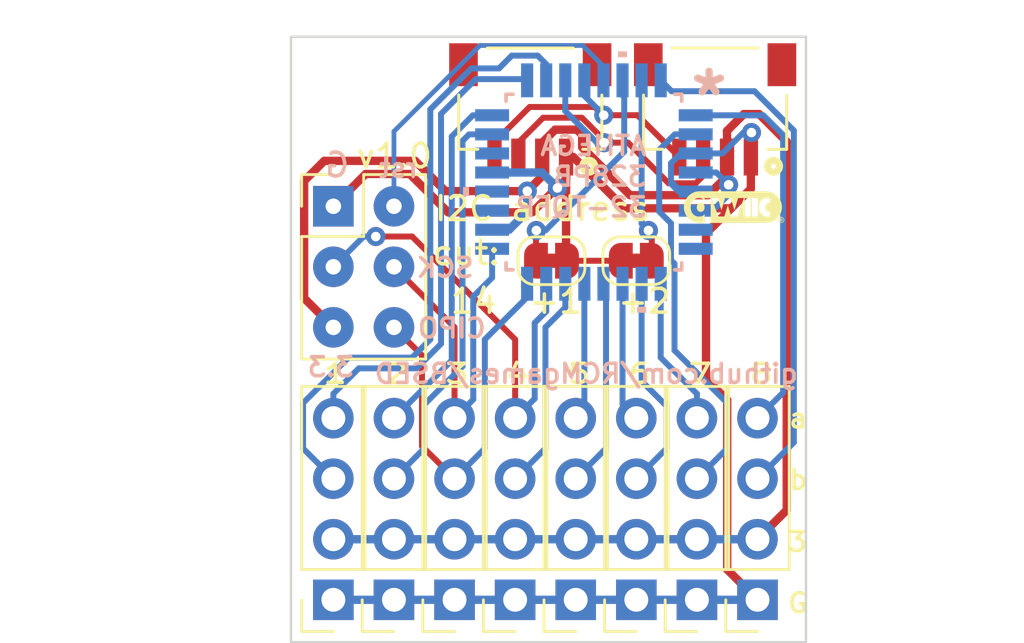
<source format=kicad_pcb>
(kicad_pcb (version 20221018) (generator pcbnew)
  (layers (0 "F.Cu" signal) (31 "B.Cu" signal) (34 "B.Paste" user) (35 "F.Paste" user) (36 "B.SilkS" user "B.Silkscreen") (37 "F.SilkS" user "F.Silkscreen") (38 "B.Mask" user) (39 "F.Mask" user) (44 "Edge.Cuts" user))
  (net 0 "")
  (net 1 "GND")
  (net 2 "+3.3V")
  (net 3 "sda")
  (net 4 "scl")
  (net 7 "1b")
  (net 9 "1a")
  (net 10 "2b")
  (net 11 "2a")
  (net 12 "3b")
  (net 13 "3a")
  (net 14 "4b")
  (net 15 "4a")
  (net 16 "5b")
  (net 17 "5a")
  (net 18 "6b")
  (net 19 "6a")
  (net 20 "7b")
  (net 21 "7a")
  (net 22 "8b")
  (net 23 "8a")
  (net 24 "Net-(U1-PD1(TXD{slash}PCINT17))")
  (net 25 "Net-(U1-PD0(RXD{slash}PCINT16))")
  (net 26 "Net-(J11-Pin_2)")
  (footprint "Connector_PinSocket_2.54mm:PinSocket_1x04_P2.54mm_Vertical" (layer "F.Cu") (at 165.862 85.344 180)
    (fp_text reference "J7" hide)
    (fp_text value "1x4 female header pins 0.1\"")
    (pad "1" thru_hole rect (at 0 0 180) (size 1.7 1.7) (drill 1) (layers "*.Cu" "*.Mask") (net 1 "GND"))
    (pad "2" thru_hole oval (at 0 2.54 180) (size 1.7 1.7) (drill 1) (layers "*.Cu" "*.Mask") (net 2 "+3.3V"))
    (pad "3" thru_hole oval (at 0 5.08 180) (size 1.7 1.7) (drill 1) (layers "*.Cu" "*.Mask") (net 16 "5b"))
    (pad "4" thru_hole oval (at 0 7.62 180) (size 1.7 1.7) (drill 1) (layers "*.Cu" "*.Mask") (net 17 "5a"))
  )
  (footprint "Jumper:SolderJumper-2_P1.3mm_Bridged_RoundedPad1.0x1.5mm" (layer "F.Cu") (at 168.402 71.12 180)
    (fp_text reference "NT1" hide)
    (fp_text value "NetTie_2")
    (fp_poly (pts (xy 0.25 -0.3) (xy -0.25 -0.3) (xy -0.25 0.3) (xy 0.25 0.3)) (fill solid) (layer "F.Cu"))
    (pad "1" smd custom (at -0.65 0 180) (size 1 0.5) (layers "F.Cu" "F.Mask") (net 24 "Net-(U1-PD1(TXD{slash}PCINT17))") (options (clearance outline) (anchor rect)) (primitives (gr_circle (center 0 0.25) (end 0.5 0.25) (width 0) (fill yes)) (gr_circle (center 0 -0.25) (end 0.5 -0.25) (width 0) (fill yes)) (gr_poly (pts (xy 0.5 0.75) (xy 0 0.75) (xy 0 -0.75) (xy 0.5 -0.75)) (width 0) (fill yes))))
    (pad "2" smd custom (at 0.65 0 180) (size 1 0.5) (layers "F.Cu" "F.Mask") (net 1 "GND") (options (clearance outline) (anchor rect)) (primitives (gr_circle (center 0 0.25) (end 0.5 0.25) (width 0) (fill yes)) (gr_circle (center 0 -0.25) (end 0.5 -0.25) (width 0) (fill yes)) (gr_poly (pts (xy 0 0.75) (xy -0.5 0.75) (xy -0.5 -0.75) (xy 0 -0.75)) (width 0) (fill yes))))
  )
  (footprint "LOGO" (layer "F.Cu") (at 172.466 68.834)
    (fp_text reference "G***" hide)
    (fp_text value "LOGO" hide)
  )
  (footprint "Connector_PinHeader_2.54mm:PinHeader_2x03_P2.54mm_Vertical" (layer "F.Cu") (at 155.702 68.834)
    (fp_text reference "J11" hide)
    (fp_text value "ICSP pads")
    (pad "1" thru_hole rect (at 0 0) (size 1.7 1.7) (drill 0.65) (layers "*.Cu" "*.Mask") (net 1 "GND"))
    (pad "2" thru_hole oval (at 2.54 0) (size 1.7 1.7) (drill 0.65) (layers "*.Cu" "*.Mask") (net 26 "Net-(J11-Pin_2)"))
    (pad "3" thru_hole oval (at 0 2.54) (size 1.7 1.7) (drill 0.65) (layers "*.Cu" "*.Mask") (net 15 "4a"))
    (pad "4" thru_hole oval (at 2.54 2.54) (size 1.7 1.7) (drill 0.65) (layers "*.Cu" "*.Mask") (net 13 "3a"))
    (pad "5" thru_hole oval (at 0 5.08) (size 1.7 1.7) (drill 0.65) (layers "*.Cu" "*.Mask") (net 2 "+3.3V"))
    (pad "6" thru_hole oval (at 2.54 5.08) (size 1.7 1.7) (drill 0.65) (layers "*.Cu" "*.Mask") (net 12 "3b"))
  )
  (footprint "MountingHole:MountingHole_2.2mm_M2" (layer "F.Cu") (at 156.464 64.262)
    (fp_text reference "REF**" hide)
    (fp_text value "MountingHole_2.2mm_M2")
    (pad "" np_thru_hole circle (at 0 0) (size 2.2 2.2) (drill 2.2) (layers "*.Mask" "F.Cu" "In1.Cu" "In2.Cu" "B.Cu"))
  )
  (footprint "Jumper:SolderJumper-2_P1.3mm_Bridged_RoundedPad1.0x1.5mm" (layer "F.Cu") (at 164.846 71.12)
    (fp_text reference "NT2" hide)
    (fp_text value "NetTie_2")
    (fp_poly (pts (xy 0.25 -0.3) (xy -0.25 -0.3) (xy -0.25 0.3) (xy 0.25 0.3)) (fill solid) (layer "F.Cu"))
    (pad "1" smd custom (at -0.65 0) (size 1 0.5) (layers "F.Cu" "F.Mask") (net 25 "Net-(U1-PD0(RXD{slash}PCINT16))") (options (clearance outline) (anchor rect)) (primitives (gr_circle (center 0 0.25) (end 0.5 0.25) (width 0) (fill yes)) (gr_circle (center 0 -0.25) (end 0.5 -0.25) (width 0) (fill yes)) (gr_poly (pts (xy 0.5 0.75) (xy 0 0.75) (xy 0 -0.75) (xy 0.5 -0.75)) (width 0) (fill yes))))
    (pad "2" smd custom (at 0.65 0) (size 1 0.5) (layers "F.Cu" "F.Mask") (net 1 "GND") (options (clearance outline) (anchor rect)) (primitives (gr_circle (center 0 0.25) (end 0.5 0.25) (width 0) (fill yes)) (gr_circle (center 0 -0.25) (end 0.5 -0.25) (width 0) (fill yes)) (gr_poly (pts (xy 0 0.75) (xy -0.5 0.75) (xy -0.5 -0.75) (xy 0 -0.75)) (width 0) (fill yes))))
  )
  (footprint "Connector_PinSocket_2.54mm:PinSocket_1x04_P2.54mm_Vertical" (layer "F.Cu") (at 163.322 85.344 180)
    (fp_text reference "J6" hide)
    (fp_text value "1x4 female header pins 0.1\"")
    (pad "1" thru_hole rect (at 0 0 180) (size 1.7 1.7) (drill 1) (layers "*.Cu" "*.Mask") (net 1 "GND"))
    (pad "2" thru_hole oval (at 0 2.54 180) (size 1.7 1.7) (drill 1) (layers "*.Cu" "*.Mask") (net 2 "+3.3V"))
    (pad "3" thru_hole oval (at 0 5.08 180) (size 1.7 1.7) (drill 1) (layers "*.Cu" "*.Mask") (net 14 "4b"))
    (pad "4" thru_hole oval (at 0 7.62 180) (size 1.7 1.7) (drill 1) (layers "*.Cu" "*.Mask") (net 15 "4a"))
  )
  (footprint "parts:JST_SM04B-SRSS-TB_LF__SN_" (layer "F.Cu") (at 163.957 66.77 180)
    (fp_text reference "J1" hide)
    (fp_text value "BM04B-SRSS-TB_LF__SN_")
    (pad "1" smd rect (at -1.5 0 180) (size 0.6 1.55) (layers "F.Cu" "F.Paste" "F.Mask") (net 1 "GND"))
    (pad "2" smd rect (at -0.5 0 180) (size 0.6 1.55) (layers "F.Cu" "F.Paste" "F.Mask") (net 2 "+3.3V"))
    (pad "3" smd rect (at 0.5 0 180) (size 0.6 1.55) (layers "F.Cu" "F.Paste" "F.Mask") (net 3 "sda"))
    (pad "4" smd rect (at 1.5 0 180) (size 0.6 1.55) (layers "F.Cu" "F.Paste" "F.Mask") (net 4 "scl"))
    (pad "S1" smd rect (at -2.8 3.875) (size 1.2 1.8) (layers "F.Cu" "F.Paste" "F.Mask"))
    (pad "S2" smd rect (at 2.8 3.875) (size 1.2 1.8) (layers "F.Cu" "F.Paste" "F.Mask"))
  )
  (footprint "MountingHole:MountingHole_2.2mm_M2" (layer "F.Cu") (at 172.974 73.152)
    (fp_text reference "REF**" hide)
    (fp_text value "MountingHole_2.2mm_M2")
    (pad "" np_thru_hole circle (at 0 0) (size 2.2 2.2) (drill 2.2) (layers "*.Mask" "F.Cu" "In1.Cu" "In2.Cu" "B.Cu"))
  )
  (footprint "Connector_PinSocket_2.54mm:PinSocket_1x04_P2.54mm_Vertical" (layer "F.Cu") (at 155.702 85.344 180)
    (fp_text reference "J3" hide)
    (fp_text value "1x4 female header pins 0.1\"")
    (pad "1" thru_hole rect (at 0 0 180) (size 1.7 1.7) (drill 1) (layers "*.Cu" "*.Mask") (net 1 "GND"))
    (pad "2" thru_hole oval (at 0 2.54 180) (size 1.7 1.7) (drill 1) (layers "*.Cu" "*.Mask") (net 2 "+3.3V"))
    (pad "3" thru_hole oval (at 0 5.08 180) (size 1.7 1.7) (drill 1) (layers "*.Cu" "*.Mask") (net 7 "1b"))
    (pad "4" thru_hole oval (at 0 7.62 180) (size 1.7 1.7) (drill 1) (layers "*.Cu" "*.Mask") (net 9 "1a"))
  )
  (footprint "Connector_PinSocket_2.54mm:PinSocket_1x04_P2.54mm_Vertical" (layer "F.Cu") (at 170.942 85.344 180)
    (fp_text reference "J9" hide)
    (fp_text value "1x4 female header pins 0.1\"")
    (pad "1" thru_hole rect (at 0 0 180) (size 1.7 1.7) (drill 1) (layers "*.Cu" "*.Mask") (net 1 "GND"))
    (pad "2" thru_hole oval (at 0 2.54 180) (size 1.7 1.7) (drill 1) (layers "*.Cu" "*.Mask") (net 2 "+3.3V"))
    (pad "3" thru_hole oval (at 0 5.08 180) (size 1.7 1.7) (drill 1) (layers "*.Cu" "*.Mask") (net 20 "7b"))
    (pad "4" thru_hole oval (at 0 7.62 180) (size 1.7 1.7) (drill 1) (layers "*.Cu" "*.Mask") (net 21 "7a"))
  )
  (footprint "Connector_PinSocket_2.54mm:PinSocket_1x04_P2.54mm_Vertical" (layer "F.Cu") (at 168.402 85.344 180)
    (fp_text reference "J8" hide)
    (fp_text value "1x4 female header pins 0.1\"")
    (pad "1" thru_hole rect (at 0 0 180) (size 1.7 1.7) (drill 1) (layers "*.Cu" "*.Mask") (net 1 "GND"))
    (pad "2" thru_hole oval (at 0 2.54 180) (size 1.7 1.7) (drill 1) (layers "*.Cu" "*.Mask") (net 2 "+3.3V"))
    (pad "3" thru_hole oval (at 0 5.08 180) (size 1.7 1.7) (drill 1) (layers "*.Cu" "*.Mask") (net 18 "6b"))
    (pad "4" thru_hole oval (at 0 7.62 180) (size 1.7 1.7) (drill 1) (layers "*.Cu" "*.Mask") (net 19 "6a"))
  )
  (footprint "parts:JST_SM04B-SRSS-TB_LF__SN_" (layer "F.Cu") (at 171.704 66.77 180)
    (fp_text reference "J2" hide)
    (fp_text value "BM04B-SRSS-TB_LF__SN_")
    (pad "1" smd rect (at -1.5 0 180) (size 0.6 1.55) (layers "F.Cu" "F.Paste" "F.Mask") (net 1 "GND"))
    (pad "2" smd rect (at -0.5 0 180) (size 0.6 1.55) (layers "F.Cu" "F.Paste" "F.Mask") (net 2 "+3.3V"))
    (pad "3" smd rect (at 0.5 0 180) (size 0.6 1.55) (layers "F.Cu" "F.Paste" "F.Mask") (net 3 "sda"))
    (pad "4" smd rect (at 1.5 0 180) (size 0.6 1.55) (layers "F.Cu" "F.Paste" "F.Mask") (net 4 "scl"))
    (pad "S1" smd rect (at -2.8 3.875) (size 1.2 1.8) (layers "F.Cu" "F.Paste" "F.Mask"))
    (pad "S2" smd rect (at 2.8 3.875) (size 1.2 1.8) (layers "F.Cu" "F.Paste" "F.Mask"))
  )
  (footprint "Connector_PinSocket_2.54mm:PinSocket_1x04_P2.54mm_Vertical" (layer "F.Cu") (at 160.782 85.344 180)
    (fp_text reference "J5" hide)
    (fp_text value "1x4 female header pins 0.1\"")
    (pad "1" thru_hole rect (at 0 0 180) (size 1.7 1.7) (drill 1) (layers "*.Cu" "*.Mask") (net 1 "GND"))
    (pad "2" thru_hole oval (at 0 2.54 180) (size 1.7 1.7) (drill 1) (layers "*.Cu" "*.Mask") (net 2 "+3.3V"))
    (pad "3" thru_hole oval (at 0 5.08 180) (size 1.7 1.7) (drill 1) (layers "*.Cu" "*.Mask") (net 12 "3b"))
    (pad "4" thru_hole oval (at 0 7.62 180) (size 1.7 1.7) (drill 1) (layers "*.Cu" "*.Mask") (net 13 "3a"))
  )
  (footprint "Connector_PinSocket_2.54mm:PinSocket_1x04_P2.54mm_Vertical" (layer "F.Cu") (at 158.242 85.344 180)
    (fp_text reference "J4" hide)
    (fp_text value "1x4 female header pins 0.1\"")
    (pad "1" thru_hole rect (at 0 0 180) (size 1.7 1.7) (drill 1) (layers "*.Cu" "*.Mask") (net 1 "GND"))
    (pad "2" thru_hole oval (at 0 2.54 180) (size 1.7 1.7) (drill 1) (layers "*.Cu" "*.Mask") (net 2 "+3.3V"))
    (pad "3" thru_hole oval (at 0 5.08 180) (size 1.7 1.7) (drill 1) (layers "*.Cu" "*.Mask") (net 10 "2b"))
    (pad "4" thru_hole oval (at 0 7.62 180) (size 1.7 1.7) (drill 1) (layers "*.Cu" "*.Mask") (net 11 "2a"))
  )
  (footprint "Connector_PinSocket_2.54mm:PinSocket_1x04_P2.54mm_Vertical" (layer "F.Cu") (at 173.482 85.344 180)
    (fp_text reference "J10" hide)
    (fp_text value "1x4 female header pins 0.1\"")
    (pad "1" thru_hole rect (at 0 0 180) (size 1.7 1.7) (drill 1) (layers "*.Cu" "*.Mask") (net 1 "GND"))
    (pad "2" thru_hole oval (at 0 2.54 180) (size 1.7 1.7) (drill 1) (layers "*.Cu" "*.Mask") (net 2 "+3.3V"))
    (pad "3" thru_hole oval (at 0 5.08 180) (size 1.7 1.7) (drill 1) (layers "*.Cu" "*.Mask") (net 22 "8b"))
    (pad "4" thru_hole oval (at 0 7.62 180) (size 1.7 1.7) (drill 1) (layers "*.Cu" "*.Mask") (net 23 "8a"))
  )
  (footprint "parts:TQFP32_32A_MCH" (layer "B.Cu") (at 166.624 67.818 180)
    (fp_text reference "U1" hide)
    (fp_text value "ATMEGA328PB")
    (fp_text user "*" (at -4.826 3.556 unlocked) (layer "B.SilkS") (effects (font (size 2 2) (thickness 0.3)) (justify mirror)))
    (fp_text user "*" (at -4.826 3.556) (layer "B.SilkS") (effects (font (size 2 2) (thickness 0.3) bold) (justify mirror)))
    (pad "1" smd rect (at -4.2672 2.799999 90) (size 0.508 1.4224) (layers "B.Cu" "B.Paste" "B.Mask") (net 23 "8a"))
    (pad "2" smd rect (at -4.2672 2.000001 90) (size 0.508 1.4224) (layers "B.Cu" "B.Paste" "B.Mask") (net 20 "7b"))
    (pad "3" smd rect (at -4.2672 1.2 90) (size 0.508 1.4224) (layers "B.Cu" "B.Paste" "B.Mask") (net 1 "GND"))
    (pad "4" smd rect (at -4.2672 0.399999 90) (size 0.508 1.4224) (layers "B.Cu" "B.Paste" "B.Mask") (net 2 "+3.3V"))
    (pad "5" smd rect (at -4.2672 -0.399999 90) (size 0.508 1.4224) (layers "B.Cu" "B.Paste" "B.Mask") (net 1 "GND"))
    (pad "6" smd rect (at -4.2672 -1.2 90) (size 0.508 1.4224) (layers "B.Cu" "B.Paste" "B.Mask") (net 2 "+3.3V"))
    (pad "7" smd rect (at -4.2672 -1.999999 90) (size 0.508 1.4224) (layers "B.Cu" "B.Paste" "B.Mask"))
    (pad "8" smd rect (at -4.2672 -2.799999 90) (size 0.508 1.4224) (layers "B.Cu" "B.Paste" "B.Mask"))
    (pad "9" smd rect (at -2.799999 -4.2672 180) (size 0.508 1.4224) (layers "B.Cu" "B.Paste" "B.Mask") (net 21 "7a"))
    (pad "10" smd rect (at -2.000001 -4.2672 180) (size 0.508 1.4224) (layers "B.Cu" "B.Paste" "B.Mask") (net 18 "6b"))
    (pad "11" smd rect (at -1.2 -4.2672 180) (size 0.508 1.4224) (layers "B.Cu" "B.Paste" "B.Mask") (net 19 "6a"))
    (pad "12" smd rect (at -0.399999 -4.2672 180) (size 0.508 1.4224) (layers "B.Cu" "B.Paste" "B.Mask") (net 16 "5b"))
    (pad "13" smd rect (at 0.399999 -4.2672 180) (size 0.508 1.4224) (layers "B.Cu" "B.Paste" "B.Mask") (net 17 "5a"))
    (pad "14" smd rect (at 1.2 -4.2672 180) (size 0.508 1.4224) (layers "B.Cu" "B.Paste" "B.Mask") (net 14 "4b"))
    (pad "15" smd rect (at 1.999999 -4.2672 180) (size 0.508 1.4224) (layers "B.Cu" "B.Paste" "B.Mask") (net 15 "4a"))
    (pad "16" smd rect (at 2.799999 -4.2672 180) (size 0.508 1.4224) (layers "B.Cu" "B.Paste" "B.Mask") (net 12 "3b"))
    (pad "17" smd rect (at 4.2672 -2.799999 90) (size 0.508 1.4224) (layers "B.Cu" "B.Paste" "B.Mask") (net 13 "3a"))
    (pad "18" smd rect (at 4.2672 -2.000001 90) (size 0.508 1.4224) (layers "B.Cu" "B.Paste" "B.Mask") (net 2 "+3.3V"))
    (pad "19" smd rect (at 4.2672 -1.2 90) (size 0.508 1.4224) (layers "B.Cu" "B.Paste" "B.Mask"))
    (pad "20" smd rect (at 4.2672 -0.399999 90) (size 0.508 1.4224) (layers "B.Cu" "B.Paste" "B.Mask"))
    (pad "21" smd rect (at 4.2672 0.399999 90) (size 0.508 1.4224) (layers "B.Cu" "B.Paste" "B.Mask") (net 1 "GND"))
    (pad "22" smd rect (at 4.2672 1.2 90) (size 0.508 1.4224) (layers "B.Cu" "B.Paste" "B.Mask"))
    (pad "23" smd rect (at 4.2672 1.999999 90) (size 0.508 1.4224) (layers "B.Cu" "B.Paste" "B.Mask") (net 10 "2b"))
    (pad "24" smd rect (at 4.2672 2.799999 90) (size 0.508 1.4224) (layers "B.Cu" "B.Paste" "B.Mask") (net 11 "2a"))
    (pad "25" smd rect (at 2.799999 4.2672 180) (size 0.508 1.4224) (layers "B.Cu" "B.Paste" "B.Mask") (net 9 "1a"))
    (pad "26" smd rect (at 2.000001 4.2672 180) (size 0.508 1.4224) (layers "B.Cu" "B.Paste" "B.Mask") (net 7 "1b"))
    (pad "27" smd rect (at 1.2 4.2672 180) (size 0.508 1.4224) (layers "B.Cu" "B.Paste" "B.Mask") (net 3 "sda"))
    (pad "28" smd rect (at 0.399999 4.2672 180) (size 0.508 1.4224) (layers "B.Cu" "B.Paste" "B.Mask") (net 4 "scl"))
    (pad "29" smd rect (at -0.399999 4.2672 180) (size 0.508 1.4224) (layers "B.Cu" "B.Paste" "B.Mask") (net 26 "Net-(J11-Pin_2)"))
    (pad "30" smd rect (at -1.2 4.2672 180) (size 0.508 1.4224) (layers "B.Cu" "B.Paste" "B.Mask") (net 25 "Net-(U1-PD0(RXD{slash}PCINT16))"))
    (pad "31" smd rect (at -1.999999 4.2672 180) (size 0.508 1.4224) (layers "B.Cu" "B.Paste" "B.Mask") (net 24 "Net-(U1-PD1(TXD{slash}PCINT17))"))
    (pad "32" smd rect (at -2.799999 4.2672 180) (size 0.508 1.4224) (layers "B.Cu" "B.Paste" "B.Mask") (net 22 "8b"))
  )
  (gr_rect (start 153.924 61.722) (end 175.514 87.122) (stroke (width 0.1)) (fill none) (layer "Edge.Cuts"))
  (gr_text "ATMEGA\n328PB\n32-TQFP" (at 168.91 69.342) (layer "B.SilkS") (effects (font (size 0.8 0.8)) (justify left bottom mirror)))
  (gr_text "rst\n" (at 159.3342 67.691) (layer "B.SilkS") (effects (font (size 0.8 0.8)) (justify left bottom mirror)))
  (gr_text "github.com/RCMgames/BSED" (at 175.26 76.327) (layer "B.SilkS") (effects (font (size 0.8 0.8)) (justify left bottom mirror)))
  (gr_text "G\n" (at 156.464 67.691) (layer "B.SilkS") (effects (font (size 1 1)) (justify left bottom mirror)))
  (gr_text "3.3" (at 156.6418 76.0476) (layer "B.SilkS") (effects (font (size 0.8 0.8)) (justify left bottom mirror)))
  (gr_text "SCK" (at 161.671 71.882) (layer "B.SilkS") (effects (font (size 0.8 0.8)) (justify left bottom mirror)))
  (gr_text "CIPO\n" (at 162.179 74.422) (layer "B.SilkS") (effects (font (size 0.8 0.8)) (justify left bottom mirror)))
  (gr_text "3\n\nG" (at 174.6758 85.9536) (layer "F.SilkS") (effects (font (size 0.8 0.8)) (justify left bottom)))
  (gr_text "I2C address\n" (at 159.8676 69.5198) (layer "F.SilkS") (effects (font (size 1 1)) (justify left bottom)))
  (gr_text "cut: " (at 159.766 71.374) (layer "F.SilkS") (effects (font (size 1 1)) (justify left bottom)))
  (gr_text "v1.0" (at 156.591 67.31) (layer "F.SilkS") (effects (font (size 1 1)) (justify left bottom)))
  (gr_text "+1  +2" (at 163.83 73.406) (layer "F.SilkS") (effects (font (size 1 1)) (justify left bottom)))
  (gr_text "1  2  3  4  5  6  7  8" (at 155.194 76.327) (layer "F.SilkS") (effects (font (size 0.8 1.03)) (justify left bottom)))
  (gr_text "a\n\nb\n" (at 174.7266 80.772) (layer "F.SilkS") (effects (font (size 0.8 0.8)) (justify left bottom)))
  (gr_text "14\n" (at 160.528 73.406) (layer "F.SilkS") (effects (font (size 1 1)) (justify left bottom)))
  (segment (start 164.037016 69.088) (end 160.512182 69.088) (width 0.35) (layer "F.Cu") (net 1))
  (segment (start 165.057315 68.067701) (end 164.037016 69.088) (width 0.35) (layer "F.Cu") (net 1))
  (segment (start 165.095701 68.067701) (end 165.457 67.706402) (width 0.35) (layer "F.Cu") (net 1))
  (segment (start 157.057 67.479) (end 155.702 68.834) (width 0.35) (layer "F.Cu") (net 1))
  (segment (start 165.095701 68.067701) (end 165.057315 68.067701) (width 0.35) (layer "F.Cu") (net 1))
  (segment (start 172.212 84.074) (end 172.212 76.962) (width 0.35) (layer "F.Cu") (net 1))
  (segment (start 173.204 68.096) (end 172.38 68.92) (width 0.35) (layer "F.Cu") (net 1))
  (segment (start 171.323 76.073) (end 171.323 69.977) (width 0.35) (layer "F.Cu") (net 1))
  (segment (start 165.457 66.77) (end 165.457 71.081) (width 0.35) (layer "F.Cu") (net 1))
  (segment (start 165.762591 66.77) (end 165.457 66.77) (width 0.35) (layer "F.Cu") (net 1))
  (segment (start 172.212 76.962) (end 171.323 76.073) (width 0.35) (layer "F.Cu") (net 1))
  (segment (start 167.752 71.12) (end 165.496 71.12) (width 0.25) (layer "F.Cu") (net 1))
  (segment (start 165.457 71.081) (end 165.496 71.12) (width 0.35) (layer "F.Cu") (net 1))
  (segment (start 167.912591 68.92) (end 165.762591 66.77) (width 0.35) (layer "F.Cu") (net 1))
  (segment (start 158.903182 67.479) (end 157.057 67.479) (width 0.35) (layer "F.Cu") (net 1))
  (segment (start 165.457 67.706402) (end 165.457 66.77) (width 0.35) (layer "F.Cu") (net 1))
  (segment (start 173.482 85.344) (end 172.212 84.074) (width 0.35) (layer "F.Cu") (net 1))
  (segment (start 171.323 69.977) (end 172.38 68.92) (width 0.35) (layer "F.Cu") (net 1))
  (segment (start 160.512182 69.088) (end 158.903182 67.479) (width 0.35) (layer "F.Cu") (net 1))
  (segment (start 173.204 66.77) (end 173.204 68.096) (width 0.35) (layer "F.Cu") (net 1))
  (segment (start 172.38 68.92) (end 167.912591 68.92) (width 0.35) (layer "F.Cu") (net 1))
  (via (at 173.228 65.742501) (size 0.8) (drill 0.4) (layers "F.Cu" "B.Cu") (net 1))
  (via (at 165.095701 68.067701) (size 0.8) (drill 0.4) (layers "F.Cu" "B.Cu") (net 1))
  (segment (start 169.855 67.892999) (end 169.855 67.029381) (width 0.25) (layer "B.Cu") (net 1))
  (segment (start 165.095701 68.067701) (end 164.446001 67.418001) (width 0.35) (layer "B.Cu") (net 1))
  (segment (start 155.702 85.344) (end 173.482 85.344) (width 0.35) (layer "B.Cu") (net 1))
  (segment (start 172.015 66.618) (end 170.266381 66.618) (width 0.25) (layer "B.Cu") (net 1))
  (segment (start 170.8912 68.217999) (end 170.18 68.217999) (width 0.25) (layer "B.Cu") (net 1))
  (segment (start 169.855 67.029381) (end 170.266381 66.618) (width 0.25) (layer "B.Cu") (net 1))
  (segment (start 164.446001 67.418001) (end 162.3568 67.418001) (width 0.35) (layer "B.Cu") (net 1))
  (segment (start 170.266378 68.217999) (end 170.8912 68.217999) (width 0.25) (layer "B.Cu") (net 1))
  (segment (start 169.855 67.806621) (end 170.266378 68.217999) (width 0.25) (layer "B.Cu") (net 1))
  (segment (start 169.855 67.029381) (end 169.855 67.806621) (width 0.25) (layer "B.Cu") (net 1))
  (segment (start 170.18 68.217999) (end 169.855 67.892999) (width 0.25) (layer "B.Cu") (net 1))
  (segment (start 172.890499 65.742501) (end 172.015 66.618) (width 0.25) (layer "B.Cu") (net 1))
  (segment (start 170.266381 66.618) (end 170.8912 66.618) (width 0.25) (layer "B.Cu") (net 1))
  (segment (start 173.228 65.742501) (end 172.890499 65.742501) (width 0.25) (layer "B.Cu") (net 1))
  (segment (start 165.91233 65.62) (end 166.132 65.83967) (width 0.35) (layer "F.Cu") (net 2))
  (segment (start 172.204 67.572) (end 172.204 66.77) (width 0.35) (layer "F.Cu") (net 2))
  (segment (start 164.457 66.77) (end 164.457 66.16467) (width 0.35) (layer "F.Cu") (net 2))
  (segment (start 165.00167 65.62) (end 165.91233 65.62) (width 0.35) (layer "F.Cu") (net 2))
  (segment (start 164.457 67.572) (end 164.457 66.77) (width 0.35) (layer "F.Cu") (net 2))
  (segment (start 174.707 81.579) (end 174.707 66.125485) (width 0.35) (layer "F.Cu") (net 2))
  (segment (start 166.132 65.83967) (end 166.132 66.361591) (width 0.35) (layer "F.Cu") (net 2))
  (segment (start 163.83 68.199) (end 164.457 67.572) (width 0.35) (layer "F.Cu") (net 2))
  (segment (start 164.457 66.16467) (end 165.00167 65.62) (width 0.35) (layer "F.Cu") (net 2))
  (segment (start 172.204 65.670485) (end 172.204 66.77) (width 0.35) (layer "F.Cu") (net 2))
  (segment (start 173.482 82.804) (end 174.707 81.579) (width 0.35) (layer "F.Cu") (net 2))
  (segment (start 155.321 66.929) (end 154.477 67.773) (width 0.35) (layer "F.Cu") (net 2))
  (segment (start 172.906984 64.967501) (end 172.204 65.670485) (width 0.35) (layer "F.Cu") (net 2))
  (segment (start 159.131 66.929) (end 155.321 66.929) (width 0.35) (layer "F.Cu") (net 2))
  (segment (start 166.132 66.361591) (end 168.140409 68.37) (width 0.35) (layer "F.Cu") (net 2))
  (segment (start 171.406 68.37) (end 172.204 67.572) (width 0.35) (layer "F.Cu") (net 2))
  (segment (start 154.477 67.773) (end 154.477 72.689) (width 0.35) (layer "F.Cu") (net 2))
  (segment (start 160.401 68.199) (end 159.131 66.929) (width 0.35) (layer "F.Cu") (net 2))
  (segment (start 168.140409 68.37) (end 171.406 68.37) (width 0.35) (layer "F.Cu") (net 2))
  (segment (start 173.549016 64.967501) (end 172.906984 64.967501) (width 0.35) (layer "F.Cu") (net 2))
  (segment (start 154.477 72.689) (end 155.702 73.914) (width 0.35) (layer "F.Cu") (net 2))
  (segment (start 174.707 66.125485) (end 173.549016 64.967501) (width 0.35) (layer "F.Cu") (net 2))
  (segment (start 163.83 68.199) (end 160.401 68.199) (width 0.35) (layer "F.Cu") (net 2))
  (via (at 172.271088 67.933602) (size 0.8) (drill 0.4) (layers "F.Cu" "B.Cu") (net 2))
  (via (at 163.83 68.199) (size 0.8) (drill 0.4) (layers "F.Cu" "B.Cu") (net 2))
  (segment (start 163.068 69.818001) (end 162.3568 69.818001) (width 0.35) (layer "B.Cu") (net 2))
  (segment (start 172.271088 68.349312) (end 171.6024 69.018) (width 0.25) (layer "B.Cu") (net 2))
  (segment (start 163.83 68.199) (end 163.83 69.056001) (width 0.35) (layer "B.Cu") (net 2))
  (segment (start 163.83 69.056001) (end 163.068 69.818001) (width 0.35) (layer "B.Cu") (net 2))
  (segment (start 171.6024 69.018) (end 170.8912 69.018) (width 0.25) (layer "B.Cu") (net 2))
  (segment (start 155.702 82.804) (end 173.482 82.804) (width 0.35) (layer "B.Cu") (net 2))
  (segment (start 171.755487 67.418001) (end 170.8912 67.418001) (width 0.25) (layer "B.Cu") (net 2))
  (segment (start 172.271088 67.933602) (end 171.755487 67.418001) (width 0.25) (layer "B.Cu") (net 2))
  (segment (start 172.271088 67.933602) (end 172.271088 68.349312) (width 0.25) (layer "B.Cu") (net 2))
  (segment (start 167.052 66.167) (end 168.055 66.167) (width 0.25) (layer "F.Cu") (net 3))
  (segment (start 169.758 67.87) (end 170.89 67.87) (width 0.25) (layer "F.Cu") (net 3))
  (segment (start 164.496 65.12) (end 163.457 66.159) (width 0.25) (layer "F.Cu") (net 3))
  (segment (start 168.055 66.167) (end 169.758 67.87) (width 0.25) (layer "F.Cu") (net 3))
  (segment (start 166.119436 65.12) (end 164.496 65.12) (width 0.25) (layer "F.Cu") (net 3))
  (segment (start 170.89 67.87) (end 171.204 67.556) (width 0.25) (layer "F.Cu") (net 3))
  (segment (start 167.052 66.052564) (end 166.119436 65.12) (width 0.25) (layer "F.Cu") (net 3))
  (segment (start 171.204 67.556) (end 171.204 66.77) (width 0.25) (layer "F.Cu") (net 3))
  (segment (start 163.457 66.159) (end 163.457 66.77) (width 0.25) (layer "F.Cu") (net 3))
  (segment (start 167.052 66.167) (end 167.052 66.052564) (width 0.25) (layer "F.Cu") (net 3))
  (via (at 167.052 66.167) (size 0.8) (drill 0.4) (layers "F.Cu" "B.Cu") (net 3))
  (segment (start 166.751 66.167) (end 165.424 64.84) (width 0.25) (layer "B.Cu") (net 3))
  (segment (start 167.052 66.167) (end 166.751 66.167) (width 0.25) (layer "B.Cu") (net 3))
  (segment (start 165.424 64.84) (end 165.424 63.5508) (width 0.25) (layer "B.Cu") (net 3))
  (segment (start 166.994241 65.013241) (end 166.651 64.67) (width 0.25) (layer "F.Cu") (net 4))
  (segment (start 167.037276 65.013241) (end 166.994241 65.013241) (width 0.25) (layer "F.Cu") (net 4))
  (segment (start 166.651 64.67) (end 163.93 64.67) (width 0.25) (layer "F.Cu") (net 4))
  (segment (start 163.93 64.67) (end 162.457 66.143) (width 0.25) (layer "F.Cu") (net 4))
  (segment (start 162.457 66.143) (end 162.457 66.77) (width 0.25) (layer "F.Cu") (net 4))
  (segment (start 167.037276 65.013241) (end 168.447241 65.013241) (width 0.25) (layer "F.Cu") (net 4))
  (segment (start 168.447241 65.013241) (end 170.204 66.77) (width 0.25) (layer "F.Cu") (net 4))
  (via (at 167.037276 65.013241) (size 0.8) (drill 0.4) (layers "F.Cu" "B.Cu") (net 4))
  (segment (start 167.037276 65.013241) (end 166.224001 64.199966) (width 0.25) (layer "B.Cu") (net 4))
  (segment (start 166.224001 64.199966) (end 166.224001 63.5508) (width 0.25) (layer "B.Cu") (net 4))
  (segment (start 161.486 63.05) (end 162.645982 63.05) (width 0.25) (layer "B.Cu") (net 7))
  (segment (start 164.623999 62.871599) (end 164.623999 63.5508) (width 0.25) (layer "B.Cu") (net 7))
  (segment (start 159.766 74.419208) (end 159.766 64.77) (width 0.25) (layer "B.Cu") (net 7))
  (segment (start 159.001208 75.184) (end 159.766 74.419208) (width 0.25) (layer "B.Cu") (net 7))
  (segment (start 155.702 80.264) (end 154.432 78.994) (width 0.25) (layer "B.Cu") (net 7))
  (segment (start 154.432 78.994) (end 154.432 77.089) (width 0.25) (layer "B.Cu") (net 7))
  (segment (start 163.181382 62.5146) (end 164.267 62.5146) (width 0.25) (layer "B.Cu") (net 7))
  (segment (start 156.337 75.184) (end 159.001208 75.184) (width 0.25) (layer "B.Cu") (net 7))
  (segment (start 164.267 62.5146) (end 164.623999 62.871599) (width 0.25) (layer "B.Cu") (net 7))
  (segment (start 162.645982 63.05) (end 163.181382 62.5146) (width 0.25) (layer "B.Cu") (net 7))
  (segment (start 159.766 64.77) (end 161.486 63.05) (width 0.25) (layer "B.Cu") (net 7))
  (segment (start 154.432 77.089) (end 156.337 75.184) (width 0.25) (layer "B.Cu") (net 7))
  (segment (start 163.773201 63.5) (end 163.824001 63.5508) (width 0.25) (layer "B.Cu") (net 9))
  (segment (start 160.216 74.605604) (end 160.216 64.956396) (width 0.25) (layer "B.Cu") (net 9))
  (segment (start 161.672396 63.5) (end 163.773201 63.5) (width 0.25) (layer "B.Cu") (net 9))
  (segment (start 159.187604 75.634) (end 160.216 74.605604) (width 0.25) (layer "B.Cu") (net 9))
  (segment (start 160.216 64.956396) (end 161.672396 63.5) (width 0.25) (layer "B.Cu") (net 9))
  (segment (start 155.702 76.700342) (end 156.768342 75.634) (width 0.25) (layer "B.Cu") (net 9))
  (segment (start 156.768342 75.634) (end 159.187604 75.634) (width 0.25) (layer "B.Cu") (net 9))
  (segment (start 155.702 77.724) (end 155.702 76.700342) (width 0.25) (layer "B.Cu") (net 9))
  (segment (start 159.512 77.153198) (end 159.512 78.994) (width 0.25) (layer "B.Cu") (net 10))
  (segment (start 161.116 66.093601) (end 161.116 75.549198) (width 0.25) (layer "B.Cu") (net 10))
  (segment (start 162.3568 65.818001) (end 161.3916 65.818001) (width 0.25) (layer "B.Cu") (net 10))
  (segment (start 159.512 78.994) (end 158.242 80.264) (width 0.25) (layer "B.Cu") (net 10))
  (segment (start 161.3916 65.818001) (end 161.116 66.093601) (width 0.25) (layer "B.Cu") (net 10))
  (segment (start 161.116 75.549198) (end 159.512 77.153198) (width 0.25) (layer "B.Cu") (net 10))
  (segment (start 160.666 65.902) (end 161.549999 65.018001) (width 0.25) (layer "B.Cu") (net 11))
  (segment (start 161.549999 65.018001) (end 162.3568 65.018001) (width 0.25) (layer "B.Cu") (net 11))
  (segment (start 160.666 75.3) (end 160.666 65.902) (width 0.25) (layer "B.Cu") (net 11))
  (segment (start 158.242 77.724) (end 160.666 75.3) (width 0.25) (layer "B.Cu") (net 11))
  (segment (start 159.417 78.899) (end 160.782 80.264) (width 0.25) (layer "F.Cu") (net 12))
  (segment (start 159.417 75.089) (end 159.417 78.899) (width 0.25) (layer "F.Cu") (net 12))
  (segment (start 158.242 73.914) (end 159.417 75.089) (width 0.25) (layer "F.Cu") (net 12))
  (segment (start 163.824001 72.649999) (end 163.824001 72.0852) (width 0.25) (layer "B.Cu") (net 12))
  (segment (start 162.052 74.422) (end 163.824001 72.649999) (width 0.25) (layer "B.Cu") (net 12))
  (segment (start 160.782 80.264) (end 162.052 78.994) (width 0.25) (layer "B.Cu") (net 12))
  (segment (start 162.052 78.994) (end 162.052 74.422) (width 0.25) (layer "B.Cu") (net 12))
  (segment (start 158.242 71.374) (end 160.782 73.914) (width 0.25) (layer "F.Cu") (net 13))
  (segment (start 160.782 73.914) (end 160.782 77.724) (width 0.25) (layer "F.Cu") (net 13))
  (segment (start 160.782 77.724) (end 161.566 76.94) (width 0.25) (layer "B.Cu") (net 13))
  (segment (start 161.566 76.94) (end 161.566 72.622) (width 0.25) (layer "B.Cu") (net 13))
  (segment (start 162.3568 71.8312) (end 162.3568 70.617999) (width 0.25) (layer "B.Cu") (net 13))
  (segment (start 161.566 72.622) (end 162.3568 71.8312) (width 0.25) (layer "B.Cu") (net 13))
  (segment (start 165.424 73.082) (end 165.424 72.0852) (width 0.25) (layer "B.Cu") (net 14))
  (segment (start 163.322 80.264) (end 164.592 78.994) (width 0.25) (layer "B.Cu") (net 14))
  (segment (start 164.592 78.994) (end 164.592 73.914) (width 0.25) (layer "B.Cu") (net 14))
  (segment (start 164.592 73.914) (end 165.424 73.082) (width 0.25) (layer "B.Cu") (net 14))
  (segment (start 163.322 74.422) (end 163.322 77.724) (width 0.25) (layer "F.Cu") (net 15))
  (segment (start 157.48 70.104) (end 159.004 70.104) (width 0.25) (layer "F.Cu") (net 15))
  (segment (start 159.004 70.104) (end 163.322 74.422) (width 0.25) (layer "F.Cu") (net 15))
  (via (at 157.48 70.104) (size 0.8) (drill 0.4) (layers "F.Cu" "B.Cu") (net 15))
  (segment (start 157.48 70.104) (end 156.972 70.104) (width 0.25) (layer "B.Cu") (net 15))
  (segment (start 164.142 76.904) (end 164.142 73.727604) (width 0.25) (layer "B.Cu") (net 15))
  (segment (start 156.972 70.104) (end 155.702 71.374) (width 0.25) (layer "B.Cu") (net 15))
  (segment (start 164.142 73.727604) (end 164.624001 73.245603) (width 0.25) (layer "B.Cu") (net 15))
  (segment (start 163.322 77.724) (end 164.142 76.904) (width 0.25) (layer "B.Cu") (net 15))
  (segment (start 156.972 70.104) (end 156.972 70.104) (width 0.25) (layer "B.Cu") (net 15))
  (segment (start 164.624001 73.245603) (end 164.624001 72.0852) (width 0.25) (layer "B.Cu") (net 15))
  (segment (start 167.132 72.193201) (end 167.023999 72.0852) (width 0.25) (layer "B.Cu") (net 16))
  (segment (start 167.132 78.994) (end 167.132 72.193201) (width 0.25) (layer "B.Cu") (net 16))
  (segment (start 165.862 80.264) (end 167.132 78.994) (width 0.25) (layer "B.Cu") (net 16))
  (segment (start 165.862 77.724) (end 166.224001 77.361999) (width 0.25) (layer "B.Cu") (net 17))
  (segment (start 166.224001 77.361999) (end 166.224001 72.0852) (width 0.25) (layer "B.Cu") (net 17))
  (segment (start 168.624001 76.168001) (end 168.624001 72.0852) (width 0.25) (layer "B.Cu") (net 18))
  (segment (start 168.402 80.264) (end 169.672 78.994) (width 0.25) (layer "B.Cu") (net 18))
  (segment (start 169.672 78.994) (end 169.672 77.216) (width 0.25) (layer "B.Cu") (net 18))
  (segment (start 169.672 77.216) (end 168.624001 76.168001) (width 0.25) (layer "B.Cu") (net 18))
  (segment (start 167.824 77.146) (end 167.824 72.0852) (width 0.25) (layer "B.Cu") (net 19))
  (segment (start 168.402 77.724) (end 167.824 77.146) (width 0.25) (layer "B.Cu") (net 19))
  (segment (start 172.212 77.089) (end 172.212 78.994) (width 0.25) (layer "B.Cu") (net 20))
  (segment (start 169.36 69.054195) (end 169.855 69.549195) (width 0.25) (layer "B.Cu") (net 20))
  (segment (start 169.855 69.549195) (end 169.855 71.091381) (width 0.25) (layer "B.Cu") (net 20))
  (segment (start 169.36 66.47038) (end 169.36 69.054195) (width 0.25) (layer "B.Cu") (net 20))
  (segment (start 172.212 78.994) (end 170.942 80.264) (width 0.25) (layer "B.Cu") (net 20))
  (segment (start 170.8912 65.817999) (end 170.012381 65.817999) (width 0.25) (layer "B.Cu") (net 20))
  (segment (start 170.012381 65.817999) (end 169.36 66.47038) (width 0.25) (layer "B.Cu") (net 20))
  (segment (start 170.002999 71.23938) (end 170.002999 74.879999) (width 0.25) (layer "B.Cu") (net 20))
  (segment (start 169.855 71.091381) (end 170.002999 71.23938) (width 0.25) (layer "B.Cu") (net 20))
  (segment (start 170.002999 74.879999) (end 172.212 77.089) (width 0.25) (layer "B.Cu") (net 20))
  (segment (start 170.942 76.700342) (end 169.423999 75.182341) (width 0.25) (layer "B.Cu") (net 21))
  (segment (start 170.942 77.724) (end 170.942 76.700342) (width 0.25) (layer "B.Cu") (net 21))
  (segment (start 169.423999 75.182341) (end 169.423999 72.0852) (width 0.25) (layer "B.Cu") (net 21))
  (segment (start 173.355 64.008) (end 169.881199 64.008) (width 0.25) (layer "B.Cu") (net 22))
  (segment (start 173.482 80.264) (end 175.006 78.74) (width 0.25) (layer "B.Cu") (net 22))
  (segment (start 175.006 65.659) (end 173.355 64.008) (width 0.25) (layer "B.Cu") (net 22))
  (segment (start 175.006 78.74) (end 175.006 65.659) (width 0.25) (layer "B.Cu") (net 22))
  (segment (start 169.881199 64.008) (end 169.423999 63.5508) (width 0.25) (layer "B.Cu") (net 22))
  (segment (start 174.556 76.65) (end 173.482 77.724) (width 0.25) (layer "B.Cu") (net 23))
  (segment (start 170.8912 65.018001) (end 173.728605 65.018001) (width 0.25) (layer "B.Cu") (net 23))
  (segment (start 174.556 65.845396) (end 174.556 76.65) (width 0.25) (layer "B.Cu") (net 23))
  (segment (start 173.728605 65.018001) (end 174.556 65.845396) (width 0.25) (layer "B.Cu") (net 23))
  (segment (start 168.91 69.85) (end 169.052 69.992) (width 0.25) (layer "F.Cu") (net 24))
  (segment (start 169.052 69.992) (end 169.052 71.12) (width 0.25) (layer "F.Cu") (net 24))
  (via (at 168.91 69.85) (size 0.8) (drill 0.4) (layers "F.Cu" "B.Cu") (net 24))
  (segment (start 168.91 69.85) (end 168.623999 69.563999) (width 0.25) (layer "B.Cu") (net 24))
  (segment (start 168.623999 69.563999) (end 168.623999 63.5508) (width 0.25) (layer "B.Cu") (net 24))
  (segment (start 164.211 69.85) (end 164.196 69.865) (width 0.25) (layer "F.Cu") (net 25))
  (segment (start 164.196 69.865) (end 164.196 71.12) (width 0.25) (layer "F.Cu") (net 25))
  (via (at 164.211 69.85) (size 0.8) (drill 0.4) (layers "F.Cu" "B.Cu") (net 25))
  (segment (start 167.824 64.175621) (end 167.824 63.5508) (width 0.25) (layer "B.Cu") (net 25))
  (segment (start 167.894 66.548) (end 167.894 64.245621) (width 0.25) (layer "B.Cu") (net 25))
  (segment (start 164.592 69.85) (end 167.894 66.548) (width 0.25) (layer "B.Cu") (net 25))
  (segment (start 164.211 69.85) (end 164.592 69.85) (width 0.25) (layer "B.Cu") (net 25))
  (segment (start 167.894 64.245621) (end 167.824 64.175621) (width 0.25) (layer "B.Cu") (net 25))
  (segment (start 161.84536 62.0896) (end 158.242 65.69296) (width 0.2) (layer "B.Cu") (net 26))
  (segment (start 167.023999 62.961334) (end 166.152265 62.0896) (width 0.2) (layer "B.Cu") (net 26))
  (segment (start 166.152265 62.0896) (end 161.84536 62.0896) (width 0.2) (layer "B.Cu") (net 26))
  (segment (start 167.023999 63.5508) (end 167.023999 62.961334) (width 0.2) (layer "B.Cu") (net 26))
  (segment (start 158.242 65.69296) (end 158.242 68.834) (width 0.2) (layer "B.Cu") (net 26))
)
</source>
